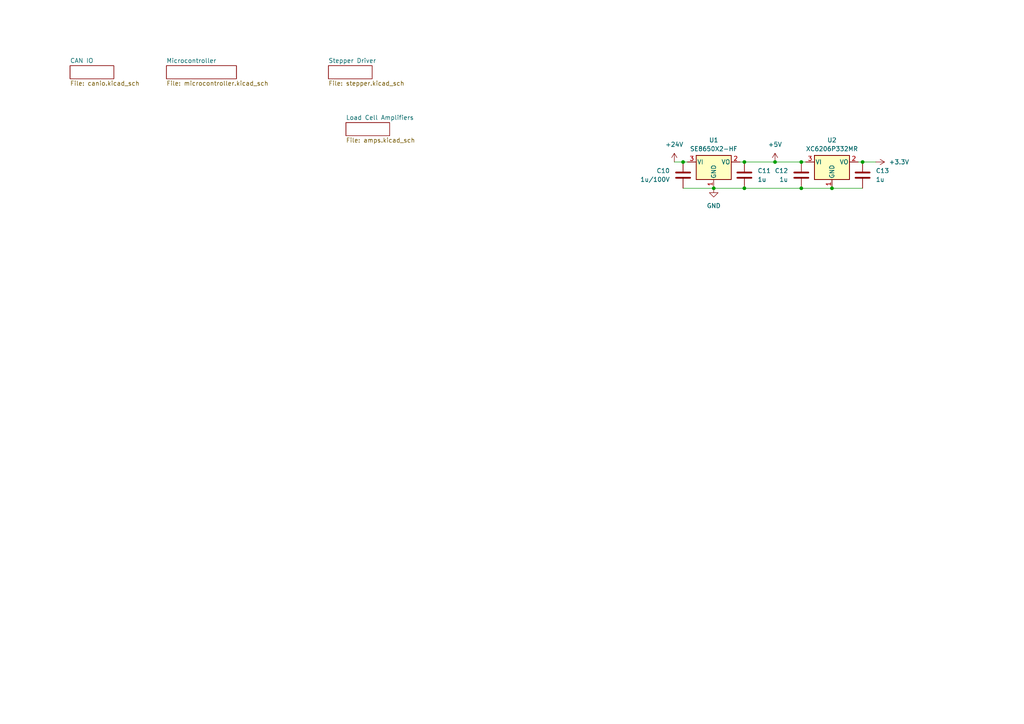
<source format=kicad_sch>
(kicad_sch (version 20230121) (generator eeschema)
  (paper "A4")
  (lib_symbols
    (symbol "Device:C" (pin_numbers hide) (pin_names (offset 0.254))
      (property "Reference" "C" (at 0.635 2.54 0))
      (property "Value" "C" (at 0.635 -2.54 0))
      (symbol "C_0_1"
        (polyline (pts (xy -2.032 -0.762) (xy 2.032 -0.762)) (stroke (width 0.508)))
        (polyline (pts (xy -2.032 0.762) (xy 2.032 0.762)) (stroke (width 0.508)))
      )
      (symbol "C_1_1"
        (pin passive line (at 0 3.81 270) (length 2.794) (name "~") (number "1"))
        (pin passive line (at 0 -3.81 90) (length 2.794) (name "~") (number "2"))
      )
    )
    (symbol "LF15_TO220_1" (pin_names (offset 0.254))
      (property "Reference" "U4" (at 0 6.35 0))
      (property "Value" "SE8650X2-HF" (at 0 3.81 0))
      (symbol "LF15_TO220_1_0_1"
        (rectangle (start -5.08 1.905) (end 5.08 -5.08) (stroke (width 0.254)) (fill (type background)))
      )
      (symbol "LF15_TO220_1_1_1"
        (pin power_in line (at 0 -7.62 90) (length 2.54) (name "GND") (number "1"))
        (pin power_out line (at 7.62 0 180) (length 2.54) (name "VO") (number "2"))
        (pin power_in line (at -7.62 0 0) (length 2.54) (name "VI") (number "3"))
      )
    )
    (symbol "Regulator_Linear:LF15_TO220" (pin_names (offset 0.254))
      (property "Reference" "U6" (at 0 6.35 0))
      (property "Value" "XC6206P332MR" (at 0 3.81 0))
      (symbol "LF15_TO220_0_1"
        (rectangle (start -5.08 1.905) (end 5.08 -5.08) (stroke (width 0.254)) (fill (type background)))
      )
      (symbol "LF15_TO220_1_1"
        (pin power_in line (at 0 -7.62 90) (length 2.54) (name "GND") (number "1"))
        (pin power_out line (at 7.62 0 180) (length 2.54) (name "VO") (number "2"))
        (pin power_in line (at -7.62 0 0) (length 2.54) (name "VI") (number "3"))
      )
    )
    (symbol "power:+24V" (power) (pin_names (offset 0))
      (property "Value" "+24V" (at 0 3.556 0))
      (symbol "+24V_0_1"
        (polyline (pts (xy -0.762 1.27) (xy 0 2.54)))
        (polyline (pts (xy 0 0) (xy 0 2.54)))
        (polyline (pts (xy 0 2.54) (xy 0.762 1.27)))
      )
      (symbol "+24V_1_1"
        (pin power_in line (at 0 0 90) (length 0) hide (name "+24V") (number "1"))
      )
    )
    (symbol "power:+3.3V" (power) (pin_names (offset 0))
      (property "Value" "+3.3V" (at 0 3.556 0))
      (symbol "+3.3V_0_1"
        (polyline (pts (xy -0.762 1.27) (xy 0 2.54)))
        (polyline (pts (xy 0 0) (xy 0 2.54)))
        (polyline (pts (xy 0 2.54) (xy 0.762 1.27)))
      )
      (symbol "+3.3V_1_1"
        (pin power_in line (at 0 0 90) (length 0) hide (name "+3.3V") (number "1"))
      )
    )
    (symbol "power:+5V" (power) (pin_names (offset 0))
      (property "Value" "+5V" (at 0 3.556 0))
      (symbol "+5V_0_1"
        (polyline (pts (xy -0.762 1.27) (xy 0 2.54)))
        (polyline (pts (xy 0 0) (xy 0 2.54)))
        (polyline (pts (xy 0 2.54) (xy 0.762 1.27)))
      )
      (symbol "+5V_1_1"
        (pin power_in line (at 0 0 90) (length 0) hide (name "+5V") (number "1"))
      )
    )
    (symbol "power:GND" (power) (pin_names (offset 0))
      (property "Value" "GND" (at 0 -3.81 0))
      (symbol "GND_0_1"
        (polyline (pts (xy 0 0) (xy 0 -1.27) (xy 1.27 -1.27) (xy 0 -2.54) (xy -1.27 -1.27) (xy 0 -1.27)))
      )
      (symbol "GND_1_1"
        (pin power_in line (at 0 0 270) (length 0) hide (name "GND") (number "1"))
      )
    )
  )
  (junction (at 198.12 46.99))
  (junction (at 207.01 54.61))
  (junction (at 215.9 46.99))
  (junction (at 250.19 46.99))
  (junction (at 232.41 54.61))
  (junction (at 224.79 46.99))
  (junction (at 215.9 54.61))
  (junction (at 241.3 54.61))
  (junction (at 232.41 46.99))
  (wire (pts (xy 241.3 54.61) (xy 250.19 54.61)))
  (wire (pts (xy 224.79 46.99) (xy 232.41 46.99)))
  (wire (pts (xy 233.68 46.99) (xy 232.41 46.99)))
  (wire (pts (xy 250.19 46.99) (xy 254 46.99)))
  (wire (pts (xy 214.63 46.99) (xy 215.9 46.99)))
  (wire (pts (xy 198.12 54.61) (xy 207.01 54.61)))
  (wire (pts (xy 248.92 46.99) (xy 250.19 46.99)))
  (wire (pts (xy 215.9 46.99) (xy 224.79 46.99)))
  (wire (pts (xy 195.58 46.99) (xy 198.12 46.99)))
  (wire (pts (xy 198.12 46.99) (xy 199.39 46.99)))
  (wire (pts (xy 207.01 54.61) (xy 215.9 54.61)))
  (wire (pts (xy 232.41 54.61) (xy 241.3 54.61)))
  (wire (pts (xy 215.9 54.61) (xy 232.41 54.61)))
  (symbol (lib_id "Device:C") (at 198.12 50.8 0) (mirror x) (unit 1)
    (property "Reference" "C10" (at 194.31 49.53 0) (effects (justify right)))
    (property "Value" "1u/100V" (at 194.31 52.07 0) (effects (justify right)))
    (property "Footprint" "Capacitor_SMD:C_0805_2012Metric" (effects hide))
  )
  (symbol (lib_name "LF15_TO220_1") (lib_id "Regulator_Linear:LF15_TO220") (at 207.01 46.99 0) (unit 1)
    (property "Reference" "U1" (at 207.01 40.64 0))
    (property "Value" "SE8650X2-HF" (at 207.01 43.18 0))
    (property "Footprint" "Package_TO_SOT_SMD:SOT-23" (effects hide))
    (property "Datasheet" "https://datasheet.lcsc.com/lcsc/2312041046_Seaward-Elec-SE8650X2-HF_C496615.pdf" (effects hide))
  )
  (symbol (lib_id "Device:C") (at 250.19 50.8 0) (unit 1)
    (property "Reference" "C13" (at 254 49.53 0) (effects (justify left)))
    (property "Value" "1u" (at 254 52.07 0) (effects (justify left)))
    (property "Footprint" "Capacitor_SMD:C_0402_1005Metric" (effects hide))
  )
  (symbol (lib_id "Device:C") (at 215.9 50.8 0) (unit 1)
    (property "Reference" "C11" (at 219.71 49.53 0) (effects (justify left)))
    (property "Value" "1u" (at 219.71 52.07 0) (effects (justify left)))
    (property "Footprint" "Capacitor_SMD:C_0402_1005Metric" (effects hide))
  )
  (symbol (lib_id "power:+5V") (at 224.79 46.99 0) (unit 1)
    (property "Reference" "#PWR04" (effects hide))
    (property "Value" "+5V" (at 224.79 41.91 0))
  )
  (symbol (lib_id "power:+24V") (at 195.58 46.99 0) (unit 1)
    (property "Reference" "#PWR03" (effects hide))
    (property "Value" "+24V" (at 195.58 41.91 0))
  )
  (symbol (lib_id "power:GND") (at 207.01 54.61 0) (unit 1)
    (property "Reference" "#PWR011" (effects hide))
    (property "Value" "GND" (at 207.01 59.69 0))
  )
  (symbol (lib_id "Device:C") (at 232.41 50.8 0) (mirror y) (unit 1)
    (property "Reference" "C12" (at 228.6 49.53 0) (effects (justify left)))
    (property "Value" "1u" (at 228.6 52.07 0) (effects (justify left)))
    (property "Footprint" "Capacitor_SMD:C_0402_1005Metric" (effects hide))
  )
  (symbol (lib_id "power:+3.3V") (at 254 46.99 270) (unit 1)
    (property "Reference" "#PWR05" (effects hide))
    (property "Value" "+3.3V" (at 257.81 46.99 90) (effects (justify left)))
  )
  (symbol (lib_id "Regulator_Linear:LF15_TO220") (at 241.3 46.99 0) (unit 1)
    (property "Reference" "U2" (at 241.3 40.64 0))
    (property "Value" "XC6206P332MR" (at 241.3 43.18 0))
    (property "Footprint" "Package_TO_SOT_SMD:SOT-23" (effects hide))
    (property "Datasheet" "https://datasheet.lcsc.com/lcsc/2303151430_HXY-MOSFET-XC6206P332MR_C5148692.pdf" (effects hide))
  )
  (sheet (at 95.25 19.05) (size 12.7 3.81) (stroke (width 0.1524))
    (property "Sheetname" "Stepper Driver" (at 95.25 18.3384 0) (effects (justify left bottom)))
    (property "Sheetfile" "stepper.kicad_sch" (at 95.25 23.4446 0) (effects (justify left top)))
  )
  (sheet (at 48.26 19.05) (size 20.32 3.81) (stroke (width 0.1524))
    (property "Sheetname" "Microcontroller" (at 48.26 18.3384 0) (effects (justify left bottom)))
    (property "Sheetfile" "microcontroller.kicad_sch" (at 48.26 23.4446 0) (effects (justify left top)))
  )
  (sheet (at 20.32 19.05) (size 12.7 3.81) (stroke (width 0.1524))
    (property "Sheetname" "CAN IO" (at 20.32 18.3384 0) (effects (justify left bottom)))
    (property "Sheetfile" "canio.kicad_sch" (at 20.32 23.4446 0) (effects (justify left top)))
  )
  (sheet (at 100.33 35.56) (size 12.7 3.81) (stroke (width 0.1524))
    (property "Sheetname" "Load Cell Amplifiers" (at 100.33 34.8484 0) (effects (justify left bottom)))
    (property "Sheetfile" "amps.kicad_sch" (at 100.33 39.9546 0) (effects (justify left top)))
  )
)
</source>
